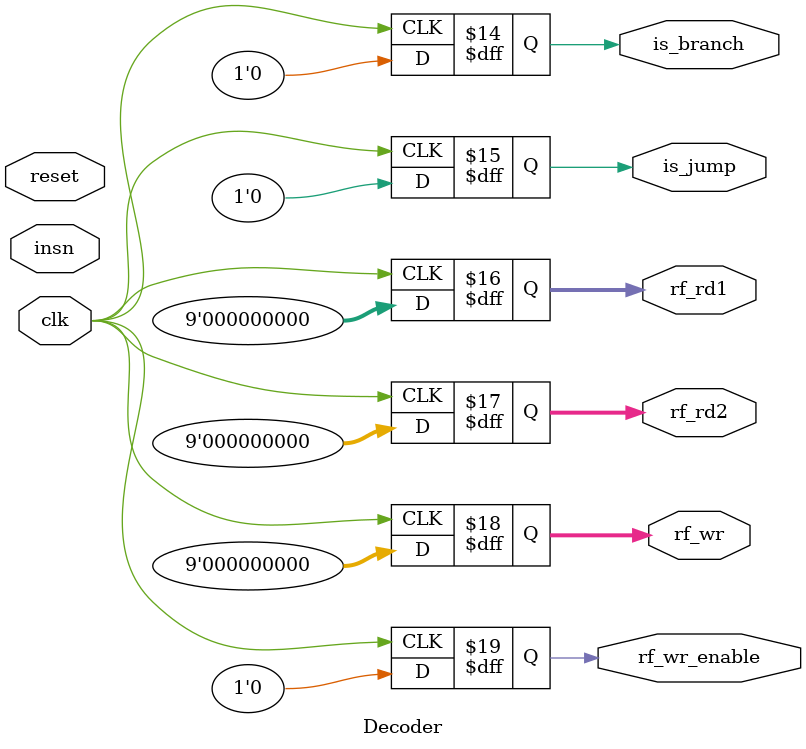
<source format=v>
/**@file
 * @brief
 * @author    Igor Lesik
 * @copyright Igor Lesik 2013
 */

module Decoder
#(parameter INSN_WIDTH = 32, RF_ADDR_WIDTH = 9)
(
    input clk,
    input reset,
    input [INSN_WIDTH-1:0] insn,
    output reg is_branch,
    output reg is_jump,
    output reg [RF_ADDR_WIDTH-1:0] rf_rd1,
    output reg [RF_ADDR_WIDTH-1:0] rf_rd2,
    output reg [RF_ADDR_WIDTH-1:0] rf_wr,
    output reg rf_wr_enable
);


    // Decode instruction
    //
    always @(posedge clk)
    begin
        //$monitor("%2d clk:%h reset_n:%h insn:%h", 
        //    $time, clk, reset_n, insn);

        if (reset)
        begin
            is_branch    <= 1'b0;
            is_jump      <= 1'b0;
            rf_rd1       <= 'h0;
            rf_rd2       <= 'h0;
            rf_wr        <= 'h0;
            rf_wr_enable <= 'h0;
        end
        else begin
            $display("Decoding %b", insn);
            is_branch    <= 1'b0;
            is_jump      <= 1'b0;
            rf_rd1       <= 'h0;
            rf_rd2       <= 'h0;
            rf_wr        <= 'h0;
            rf_wr_enable <= 'h0;
        end
    end

endmodule

</source>
